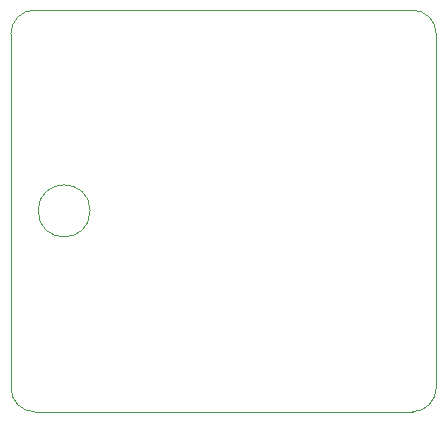
<source format=gm1>
G04 #@! TF.GenerationSoftware,KiCad,Pcbnew,(5.1.4)-1*
G04 #@! TF.CreationDate,2021-09-25T13:38:48-04:00*
G04 #@! TF.ProjectId,horizon-choc-top-plate,686f7269-7a6f-46e2-9d63-686f632d746f,rev?*
G04 #@! TF.SameCoordinates,Original*
G04 #@! TF.FileFunction,Profile,NP*
%FSLAX46Y46*%
G04 Gerber Fmt 4.6, Leading zero omitted, Abs format (unit mm)*
G04 Created by KiCad (PCBNEW (5.1.4)-1) date 2021-09-25 13:38:48*
%MOMM*%
%LPD*%
G04 APERTURE LIST*
%ADD10C,0.050000*%
G04 APERTURE END LIST*
D10*
X184000000Y-127000000D02*
X184000000Y-97000000D01*
X218000000Y-129000000D02*
X186000000Y-129000000D01*
X220000000Y-97000000D02*
X220000000Y-127000000D01*
X186000000Y-95000000D02*
X218000000Y-95000000D01*
X218000000Y-95000000D02*
G75*
G02X220000000Y-97000000I0J-2000000D01*
G01*
X220000000Y-127000000D02*
G75*
G02X218000000Y-129000000I-2000000J0D01*
G01*
X186000000Y-129000000D02*
G75*
G02X184000000Y-127000000I0J2000000D01*
G01*
X184000000Y-97000000D02*
G75*
G02X186000000Y-95000000I2000000J0D01*
G01*
X190700000Y-112000000D02*
G75*
G03X190700000Y-112000000I-2200000J0D01*
G01*
M02*

</source>
